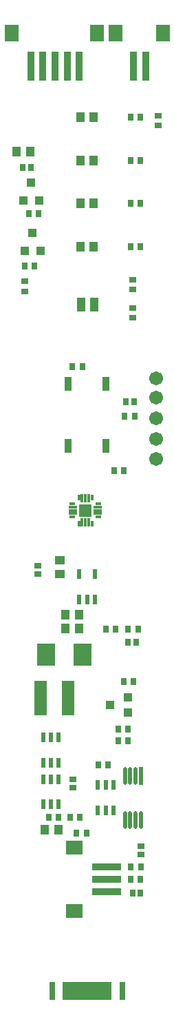
<source format=gts>
%FSLAX25Y25*%
%MOIN*%
G70*
G01*
G75*
G04 Layer_Color=8388736*
%ADD10C,0.05906*%
%ADD11R,0.02362X0.02756*%
%ADD12R,0.02756X0.02362*%
%ADD13R,0.03150X0.03937*%
%ADD14R,0.03937X0.03150*%
%ADD15R,0.02559X0.02165*%
%ADD16R,0.02165X0.02559*%
%ADD17R,0.03543X0.03150*%
%ADD18R,0.03543X0.03150*%
%ADD19R,0.01575X0.03937*%
%ADD20O,0.01181X0.07874*%
%ADD21R,0.01181X0.07874*%
%ADD22R,0.02362X0.07874*%
%ADD23R,0.01063X0.07874*%
%ADD24R,0.05118X0.05118*%
%ADD25R,0.00787X0.02362*%
%ADD26R,0.00787X0.03150*%
%ADD27R,0.02362X0.00787*%
%ADD28R,0.03150X0.00787*%
%ADD29R,0.05118X0.15748*%
%ADD30R,0.03150X0.03543*%
%ADD31R,0.03150X0.03543*%
%ADD32R,0.06299X0.07480*%
%ADD33R,0.02756X0.13386*%
%ADD34R,0.02756X0.06102*%
%ADD35R,0.07874X0.10000*%
%ADD36R,0.07480X0.06299*%
%ADD37R,0.13386X0.02756*%
%ADD38R,0.03150X0.02559*%
%ADD39C,0.01575*%
%ADD40C,0.01000*%
%ADD41C,0.02362*%
%ADD42C,0.00787*%
%ADD43C,0.01181*%
%ADD44C,0.01969*%
%ADD45C,0.03150*%
%ADD46C,0.00500*%
%ADD47C,0.00591*%
%ADD48C,0.00394*%
%ADD49C,0.00600*%
%ADD50C,0.00197*%
%ADD51C,0.00709*%
%ADD52C,0.01200*%
%ADD53C,0.06706*%
%ADD54R,0.03162X0.03556*%
%ADD55R,0.03556X0.03162*%
%ADD56R,0.03950X0.04737*%
%ADD57R,0.04737X0.03950*%
%ADD58R,0.03359X0.02965*%
%ADD59R,0.02965X0.03359*%
%ADD60R,0.04343X0.03950*%
%ADD61R,0.04343X0.03950*%
%ADD62R,0.02375X0.04737*%
%ADD63O,0.01981X0.08674*%
%ADD64R,0.01981X0.08674*%
%ADD65R,0.03162X0.08674*%
%ADD66R,0.01863X0.08674*%
%ADD67R,0.05918X0.05918*%
%ADD68R,0.01587X0.03162*%
%ADD69R,0.01587X0.03950*%
%ADD70R,0.03162X0.01587*%
%ADD71R,0.03950X0.01587*%
%ADD72R,0.05918X0.16548*%
%ADD73R,0.03950X0.04343*%
%ADD74R,0.03950X0.04343*%
%ADD75R,0.07099X0.08280*%
%ADD76R,0.03556X0.14186*%
%ADD77R,0.03556X0.06902*%
%ADD78R,0.08674X0.10800*%
%ADD79R,0.08280X0.07099*%
%ADD80R,0.14186X0.03556*%
%ADD81R,0.03950X0.03359*%
D53*
X74810Y-204319D02*
D03*
Y-184520D02*
D03*
Y-214052D02*
D03*
Y-175140D02*
D03*
Y-194340D02*
D03*
D54*
X64320Y-193380D02*
D03*
X59595D02*
D03*
X61268Y-296460D02*
D03*
X65992D02*
D03*
X50358D02*
D03*
X55082D02*
D03*
X54298Y-219680D02*
D03*
X59022D02*
D03*
X38982Y-169340D02*
D03*
X34258D02*
D03*
X62348Y-48890D02*
D03*
X67072D02*
D03*
X62348Y-69699D02*
D03*
X67072D02*
D03*
X62348Y-90565D02*
D03*
X67072D02*
D03*
X62348Y-111431D02*
D03*
X67072D02*
D03*
X51362Y-362000D02*
D03*
X46638D02*
D03*
X56468Y-350356D02*
D03*
X61192D02*
D03*
X22728Y-387421D02*
D03*
X27452D02*
D03*
X56378Y-344666D02*
D03*
X61102D02*
D03*
X32968Y-387431D02*
D03*
X37692D02*
D03*
X41012Y-395201D02*
D03*
X36288D02*
D03*
X58958Y-321776D02*
D03*
X63682D02*
D03*
X67252Y-417360D02*
D03*
X62528D02*
D03*
X13228Y-95560D02*
D03*
X17952D02*
D03*
X15894Y-120672D02*
D03*
X11170D02*
D03*
X62588Y-411570D02*
D03*
X67312D02*
D03*
D55*
X75900Y-48218D02*
D03*
Y-52942D02*
D03*
X63550Y-145792D02*
D03*
Y-141068D02*
D03*
Y-127488D02*
D03*
Y-132212D02*
D03*
X11170Y-132982D02*
D03*
Y-128258D02*
D03*
D56*
X30874Y-289490D02*
D03*
X37567D02*
D03*
X27437Y-393631D02*
D03*
X20744D02*
D03*
X38137Y-111431D02*
D03*
X44436D02*
D03*
X38137Y-90565D02*
D03*
X44436D02*
D03*
X38137Y-69699D02*
D03*
X44436D02*
D03*
X38137Y-48833D02*
D03*
X44436D02*
D03*
X30913Y-296270D02*
D03*
X37606D02*
D03*
X7254Y-65310D02*
D03*
X13947D02*
D03*
D57*
X28150Y-263154D02*
D03*
Y-269847D02*
D03*
D58*
X34400Y-369044D02*
D03*
Y-372981D02*
D03*
X17330Y-265903D02*
D03*
Y-269840D02*
D03*
X67290Y-401473D02*
D03*
Y-405410D02*
D03*
D59*
X60283Y-186580D02*
D03*
X64220D02*
D03*
X65197Y-302680D02*
D03*
X61260D02*
D03*
X10133Y-73030D02*
D03*
X14070D02*
D03*
X67230Y-424130D02*
D03*
X63293D02*
D03*
D60*
X14252Y-80470D02*
D03*
X10512Y-89131D02*
D03*
X14910Y-104872D02*
D03*
X11170Y-113533D02*
D03*
D61*
X17992Y-89131D02*
D03*
X18650Y-113533D02*
D03*
D62*
X27480Y-348858D02*
D03*
X20000D02*
D03*
X23740D02*
D03*
Y-361063D02*
D03*
X20000D02*
D03*
X27480D02*
D03*
X54100Y-371938D02*
D03*
X46620D02*
D03*
X50360D02*
D03*
Y-384142D02*
D03*
X46620D02*
D03*
X54100D02*
D03*
X20000Y-381243D02*
D03*
X27480D02*
D03*
X23740D02*
D03*
Y-369038D02*
D03*
X27480D02*
D03*
X20000D02*
D03*
X37570Y-269828D02*
D03*
X45050D02*
D03*
X41310Y-282032D02*
D03*
X45050D02*
D03*
X37570D02*
D03*
D63*
X59663Y-388830D02*
D03*
X62222D02*
D03*
X64781D02*
D03*
X67340D02*
D03*
X59663Y-367570D02*
D03*
X62222D02*
D03*
X64781D02*
D03*
D64*
X67340D02*
D03*
D65*
X58438Y-471340D02*
D03*
X24422D02*
D03*
D66*
X52257D02*
D03*
X50288D02*
D03*
X48320D02*
D03*
X46351D02*
D03*
X44383D02*
D03*
X40446D02*
D03*
X38477D02*
D03*
X36509D02*
D03*
X34540D02*
D03*
X32572D02*
D03*
X30603D02*
D03*
X42414D02*
D03*
D67*
X40494Y-239053D02*
D03*
D68*
X43644Y-245352D02*
D03*
X37345D02*
D03*
Y-232754D02*
D03*
X43644D02*
D03*
D69*
X42069Y-244959D02*
D03*
X40494D02*
D03*
X38920D02*
D03*
Y-233148D02*
D03*
X40494D02*
D03*
X42069D02*
D03*
D70*
X34195Y-242203D02*
D03*
Y-235904D02*
D03*
X46794D02*
D03*
Y-242203D02*
D03*
D71*
X34589Y-240628D02*
D03*
Y-239053D02*
D03*
Y-237478D02*
D03*
X46400D02*
D03*
Y-239053D02*
D03*
Y-240628D02*
D03*
D72*
X18869Y-329973D02*
D03*
X32254D02*
D03*
D73*
X52530Y-333196D02*
D03*
X61191Y-336936D02*
D03*
D74*
Y-329455D02*
D03*
D75*
X78067Y-8120D02*
D03*
X55272D02*
D03*
X46183Y-8049D02*
D03*
X4687D02*
D03*
D76*
X69642Y-24098D02*
D03*
X63736D02*
D03*
X13978Y-24027D02*
D03*
X19884D02*
D03*
X25789D02*
D03*
X31695D02*
D03*
X37600D02*
D03*
D77*
X50394Y-177953D02*
D03*
Y-207677D02*
D03*
X32283Y-177953D02*
D03*
Y-207677D02*
D03*
D78*
X39040Y-308960D02*
D03*
X21324D02*
D03*
D79*
X34958Y-432693D02*
D03*
Y-402260D02*
D03*
D80*
X50935Y-411551D02*
D03*
Y-417457D02*
D03*
Y-423362D02*
D03*
D81*
X44859Y-137733D02*
D03*
X38560D02*
D03*
X44859Y-141080D02*
D03*
X38560D02*
D03*
M02*

</source>
